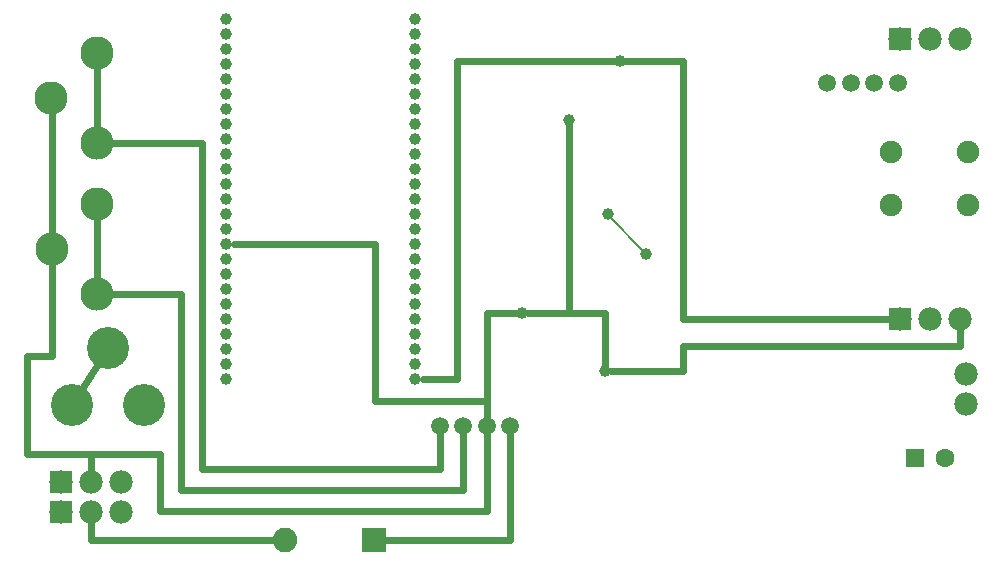
<source format=gbl>
G04 MADE WITH FRITZING*
G04 WWW.FRITZING.ORG*
G04 DOUBLE SIDED*
G04 HOLES PLATED*
G04 CONTOUR ON CENTER OF CONTOUR VECTOR*
%ASAXBY*%
%FSLAX23Y23*%
%MOIN*%
%OFA0B0*%
%SFA1.0B1.0*%
%ADD10C,0.078000*%
%ADD11C,0.039370*%
%ADD12C,0.082000*%
%ADD13C,0.075000*%
%ADD14C,0.059055*%
%ADD15C,0.110551*%
%ADD16C,0.140000*%
%ADD17C,0.062992*%
%ADD18R,0.078000X0.078000*%
%ADD19R,0.082000X0.082000*%
%ADD20R,0.062992X0.062992*%
%ADD21C,0.008000*%
%ADD22C,0.024000*%
%LNCOPPER0*%
G90*
G70*
G54D10*
X3071Y867D03*
X3171Y867D03*
X3271Y867D03*
G54D11*
X2136Y1726D03*
X2224Y1082D03*
X1968Y1530D03*
X1810Y886D03*
X2087Y692D03*
X2096Y1216D03*
G54D12*
X1317Y129D03*
X1019Y129D03*
X1317Y129D03*
X1019Y129D03*
G54D10*
X275Y324D03*
X375Y324D03*
X475Y324D03*
X275Y224D03*
X375Y224D03*
X475Y224D03*
G54D13*
X3298Y1246D03*
X3042Y1246D03*
X3298Y1423D03*
X3042Y1423D03*
G54D11*
X825Y1866D03*
X825Y1816D03*
X825Y1766D03*
X825Y1716D03*
X825Y1666D03*
X825Y1616D03*
X825Y1566D03*
X825Y1516D03*
X825Y1466D03*
X825Y1416D03*
X825Y1366D03*
X825Y1316D03*
X825Y1266D03*
X825Y1216D03*
X825Y1166D03*
X825Y1116D03*
X825Y1066D03*
X825Y1016D03*
X825Y966D03*
X825Y916D03*
X825Y866D03*
X825Y816D03*
X825Y766D03*
X825Y716D03*
X825Y666D03*
X825Y1866D03*
X825Y1816D03*
X825Y1766D03*
X825Y1716D03*
X825Y1666D03*
X825Y1616D03*
X825Y1566D03*
X825Y1516D03*
X825Y1466D03*
X825Y1416D03*
X825Y1366D03*
X825Y1316D03*
X825Y1266D03*
X825Y1216D03*
X825Y1166D03*
X825Y1116D03*
X825Y1066D03*
X825Y1016D03*
X825Y966D03*
X825Y916D03*
X825Y866D03*
X825Y816D03*
X825Y766D03*
X825Y716D03*
X825Y666D03*
X1455Y1866D03*
X1455Y1816D03*
X1455Y1766D03*
X1455Y1716D03*
X1455Y1666D03*
X1455Y1616D03*
X1455Y1566D03*
X1455Y1516D03*
X1455Y1466D03*
X1455Y1416D03*
X1455Y1366D03*
X1455Y1316D03*
X1455Y1266D03*
X1455Y1216D03*
X1455Y1166D03*
X1455Y1116D03*
X1455Y1066D03*
X1455Y1016D03*
X1455Y966D03*
X1455Y916D03*
X1455Y866D03*
X1455Y816D03*
X1455Y766D03*
X1455Y716D03*
X1455Y666D03*
X1455Y1866D03*
X1455Y1816D03*
X1455Y1766D03*
X1455Y1716D03*
X1455Y1666D03*
X1455Y1616D03*
X1455Y1566D03*
X1455Y1516D03*
X1455Y1466D03*
X1455Y1416D03*
X1455Y1366D03*
X1455Y1316D03*
X1455Y1266D03*
X1455Y1216D03*
X1455Y1166D03*
X1455Y1116D03*
X1455Y1066D03*
X1455Y1016D03*
X1455Y966D03*
X1455Y916D03*
X1455Y866D03*
X1455Y816D03*
X1455Y766D03*
X1455Y716D03*
X1455Y666D03*
G54D14*
X1536Y509D03*
X1615Y509D03*
X1694Y509D03*
X1772Y509D03*
X1536Y509D03*
X1615Y509D03*
X1694Y509D03*
X1772Y509D03*
X2828Y1653D03*
X2907Y1653D03*
X2985Y1653D03*
X3064Y1653D03*
X2828Y1653D03*
X2907Y1653D03*
X2985Y1653D03*
X3064Y1653D03*
G54D10*
X3289Y683D03*
X3289Y583D03*
X3289Y683D03*
X3289Y583D03*
G54D15*
X243Y1100D03*
X394Y950D03*
X394Y1251D03*
X243Y1100D03*
X394Y950D03*
X394Y1251D03*
X243Y1100D03*
X394Y950D03*
X394Y1251D03*
X242Y1603D03*
X393Y1454D03*
X393Y1754D03*
X242Y1603D03*
X393Y1454D03*
X393Y1754D03*
X242Y1603D03*
X393Y1454D03*
X393Y1754D03*
G54D16*
X549Y579D03*
X309Y579D03*
X429Y769D03*
X549Y579D03*
X309Y579D03*
X429Y769D03*
G54D10*
X3072Y1801D03*
X3172Y1801D03*
X3272Y1801D03*
G54D17*
X3122Y403D03*
X3221Y403D03*
G54D18*
X3071Y867D03*
G54D19*
X1318Y129D03*
X1318Y129D03*
G54D18*
X275Y324D03*
X275Y224D03*
X3072Y1801D03*
G54D20*
X3122Y403D03*
G54D21*
X2105Y1206D02*
X2214Y1092D01*
G54D22*
D02*
X2087Y886D02*
X1829Y886D01*
D02*
X2087Y711D02*
X2087Y886D01*
D02*
X1694Y593D02*
X1694Y534D01*
D02*
X1321Y593D02*
X1694Y593D01*
D02*
X1321Y1116D02*
X1321Y593D01*
D02*
X850Y1116D02*
X1321Y1116D01*
D02*
X1694Y886D02*
X1694Y534D01*
D02*
X1791Y886D02*
X1694Y886D01*
D02*
X1968Y886D02*
X1968Y1511D01*
D02*
X1829Y886D02*
X1968Y886D01*
D02*
X1594Y1726D02*
X2117Y1726D01*
D02*
X1594Y666D02*
X1594Y1726D01*
D02*
X1480Y666D02*
X1594Y666D01*
D02*
X2348Y867D02*
X3041Y867D01*
D02*
X2348Y1726D02*
X2348Y867D01*
D02*
X2155Y1726D02*
X2348Y1726D01*
D02*
X3271Y775D02*
X3271Y837D01*
D02*
X2348Y692D02*
X2348Y775D01*
D02*
X2348Y775D02*
X3271Y775D01*
D02*
X2106Y692D02*
X2348Y692D01*
D02*
X1772Y129D02*
X1349Y129D01*
D02*
X1772Y484D02*
X1772Y129D01*
D02*
X450Y950D02*
X674Y950D01*
D02*
X674Y950D02*
X674Y295D01*
D02*
X674Y295D02*
X1615Y295D01*
D02*
X1615Y295D02*
X1615Y484D01*
D02*
X449Y1454D02*
X744Y1454D01*
D02*
X744Y1454D02*
X744Y365D01*
D02*
X744Y365D02*
X1536Y365D01*
D02*
X1536Y365D02*
X1536Y484D01*
D02*
X393Y1510D02*
X393Y1698D01*
D02*
X394Y1007D02*
X394Y1194D01*
D02*
X243Y1156D02*
X243Y1547D01*
D02*
X162Y742D02*
X243Y742D01*
D02*
X243Y742D02*
X243Y1044D01*
D02*
X375Y417D02*
X162Y417D01*
D02*
X162Y417D02*
X162Y742D01*
D02*
X375Y354D02*
X375Y417D01*
D02*
X1694Y226D02*
X1694Y484D01*
D02*
X604Y226D02*
X1694Y226D01*
D02*
X604Y417D02*
X604Y226D01*
D02*
X375Y417D02*
X604Y417D01*
D02*
X375Y354D02*
X375Y417D01*
D02*
X375Y129D02*
X375Y194D01*
D02*
X986Y129D02*
X375Y129D01*
D02*
X396Y718D02*
X341Y631D01*
G04 End of Copper0*
M02*
</source>
